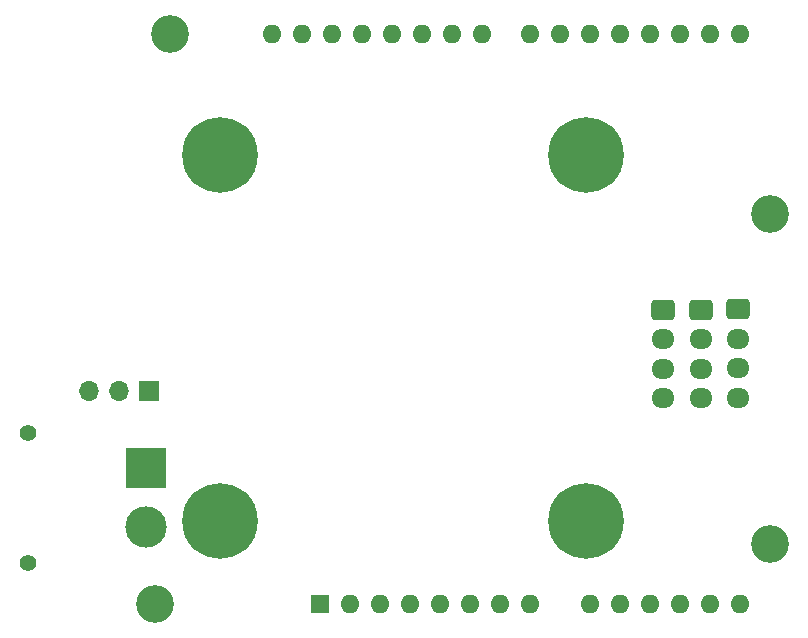
<source format=gbr>
%TF.GenerationSoftware,KiCad,Pcbnew,(7.0.0-0)*%
%TF.CreationDate,2023-03-13T17:40:40+01:00*%
%TF.ProjectId,tmc2209_devboard,746d6332-3230-4395-9f64-6576626f6172,rev?*%
%TF.SameCoordinates,Original*%
%TF.FileFunction,Soldermask,Bot*%
%TF.FilePolarity,Negative*%
%FSLAX46Y46*%
G04 Gerber Fmt 4.6, Leading zero omitted, Abs format (unit mm)*
G04 Created by KiCad (PCBNEW (7.0.0-0)) date 2023-03-13 17:40:40*
%MOMM*%
%LPD*%
G01*
G04 APERTURE LIST*
G04 Aperture macros list*
%AMRoundRect*
0 Rectangle with rounded corners*
0 $1 Rounding radius*
0 $2 $3 $4 $5 $6 $7 $8 $9 X,Y pos of 4 corners*
0 Add a 4 corners polygon primitive as box body*
4,1,4,$2,$3,$4,$5,$6,$7,$8,$9,$2,$3,0*
0 Add four circle primitives for the rounded corners*
1,1,$1+$1,$2,$3*
1,1,$1+$1,$4,$5*
1,1,$1+$1,$6,$7*
1,1,$1+$1,$8,$9*
0 Add four rect primitives between the rounded corners*
20,1,$1+$1,$2,$3,$4,$5,0*
20,1,$1+$1,$4,$5,$6,$7,0*
20,1,$1+$1,$6,$7,$8,$9,0*
20,1,$1+$1,$8,$9,$2,$3,0*%
G04 Aperture macros list end*
%ADD10C,6.400000*%
%ADD11O,1.700000X1.700000*%
%ADD12R,1.700000X1.700000*%
%ADD13RoundRect,0.250000X-0.725000X0.600000X-0.725000X-0.600000X0.725000X-0.600000X0.725000X0.600000X0*%
%ADD14O,1.950000X1.700000*%
%ADD15C,1.400000*%
%ADD16R,3.500000X3.500000*%
%ADD17C,3.500000*%
%ADD18C,3.200000*%
%ADD19R,1.600000X1.600000*%
%ADD20O,1.600000X1.600000*%
G04 APERTURE END LIST*
D10*
%TO.C,H3*%
X93000000Y-66000000D03*
%TD*%
%TO.C,H4*%
X62000000Y-66000000D03*
%TD*%
%TO.C,H2*%
X93000000Y-35000000D03*
%TD*%
%TO.C,H1*%
X62000000Y-35000000D03*
%TD*%
D11*
%TO.C,J2*%
X50919999Y-54999999D03*
X53459999Y-54999999D03*
D12*
X55999999Y-54999999D03*
%TD*%
D13*
%TO.C,J5*%
X99467500Y-48100000D03*
D14*
X99467499Y-50599999D03*
X99467499Y-53099999D03*
X99467499Y-55599999D03*
%TD*%
D15*
%TO.C,J1*%
X45675000Y-69500000D03*
X45675000Y-58500000D03*
D16*
X55674999Y-61499999D03*
D17*
X55675000Y-66500000D03*
%TD*%
D13*
%TO.C,J4*%
X105867500Y-48050000D03*
D14*
X105867499Y-50549999D03*
X105867499Y-53049999D03*
X105867499Y-55549999D03*
%TD*%
D13*
%TO.C,J6*%
X102667500Y-48100000D03*
D14*
X102667499Y-50599999D03*
X102667499Y-53099999D03*
X102667499Y-55599999D03*
%TD*%
D18*
%TO.C,A1*%
X56480000Y-73000000D03*
X57750000Y-24740000D03*
X108550000Y-39980000D03*
X108550000Y-67920000D03*
D19*
X70449999Y-72999999D03*
D20*
X72989999Y-72999999D03*
X75529999Y-72999999D03*
X78069999Y-72999999D03*
X80609999Y-72999999D03*
X83149999Y-72999999D03*
X85689999Y-72999999D03*
X88229999Y-72999999D03*
X93309999Y-72999999D03*
X95849999Y-72999999D03*
X98389999Y-72999999D03*
X100929999Y-72999999D03*
X103469999Y-72999999D03*
X106009999Y-72999999D03*
X106009999Y-24739999D03*
X103469999Y-24739999D03*
X100929999Y-24739999D03*
X98389999Y-24739999D03*
X95849999Y-24739999D03*
X93309999Y-24739999D03*
X90769999Y-24739999D03*
X88229999Y-24739999D03*
X84169999Y-24739999D03*
X81629999Y-24739999D03*
X79089999Y-24739999D03*
X76549999Y-24739999D03*
X74009999Y-24739999D03*
X71469999Y-24739999D03*
X68929999Y-24739999D03*
X66389999Y-24739999D03*
%TD*%
M02*

</source>
